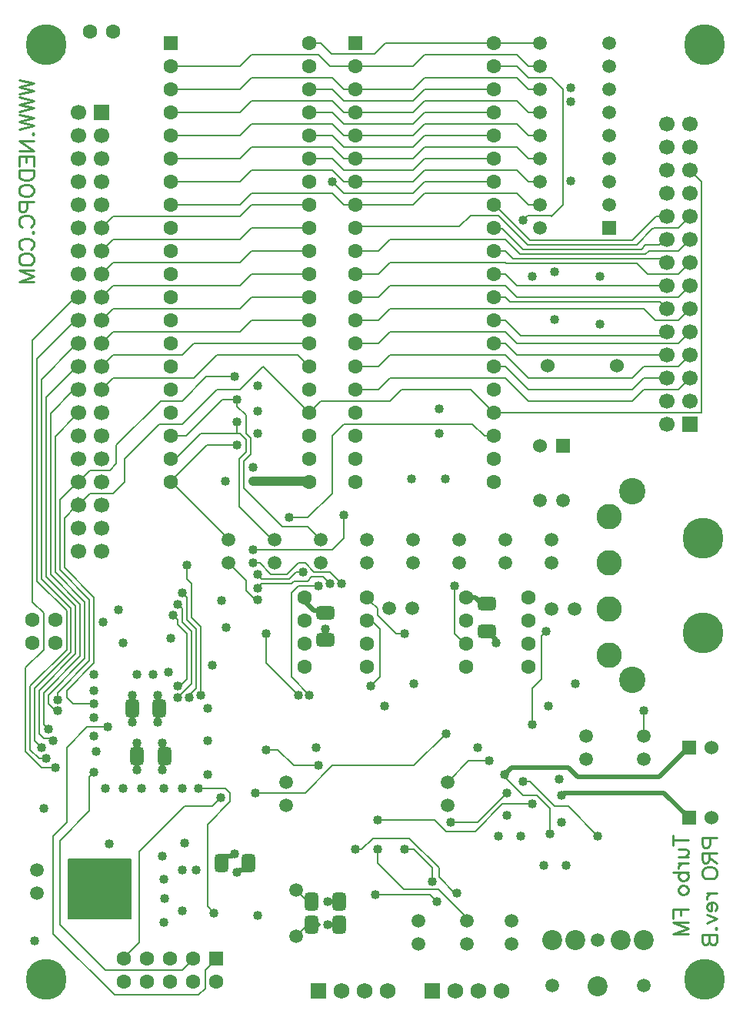
<source format=gbl>
G04*
G04  File:            TURBOFMPRO_B.GBL, Thu Nov 11 21:08:36 2021*
G04  Source:          P-CAD 2006 PCB, Version 19.02.958, (Z:\home\lvd\d\turbofmpro\pcad\TurboFMpro_b.pcb)*
G04  Format:          Gerber Format (RS-274-D), ASCII*
G04*
G04  Format Options:  Absolute Positioning*
G04                   Leading-Zero Suppression*
G04                   Scale Factor 1:1*
G04                   NO Circular Interpolation*
G04                   Millimeter Units*
G04                   Numeric Format: 4.4 (XXXX.XXXX)*
G04                   G54 NOT Used for Aperture Change*
G04                   Apertures Embedded*
G04*
G04  File Options:    Offset = (0.000mm,0.000mm)*
G04                   Drill Symbol Size = 2.032mm*
G04                   No Pad/Via Holes*
G04*
G04  File Contents:   Pads*
G04                   Vias*
G04                   No Designators*
G04                   No Types*
G04                   No Values*
G04                   No Drill Symbols*
G04                   Bottom*
G04*
%INTURBOFMPRO_B.GBL*%
%ICAS*%
%MOMM*%
G04*
G04  Aperture MACROs for general use --- invoked via D-code assignment *
G04*
G04  General MACRO for flashed round with rotation and/or offset hole *
%AMROTOFFROUND*
1,1,$1,0.0000,0.0000*
1,0,$2,$3,$4*%
G04*
G04  General MACRO for flashed oval (obround) with rotation and/or offset hole *
%AMROTOFFOVAL*
21,1,$1,$2,0.0000,0.0000,$3*
1,1,$4,$5,$6*
1,1,$4,0-$5,0-$6*
1,0,$7,$8,$9*%
G04*
G04  General MACRO for flashed oval (obround) with rotation and no hole *
%AMROTOVALNOHOLE*
21,1,$1,$2,0.0000,0.0000,$3*
1,1,$4,$5,$6*
1,1,$4,0-$5,0-$6*%
G04*
G04  General MACRO for flashed rectangle with rotation and/or offset hole *
%AMROTOFFRECT*
21,1,$1,$2,0.0000,0.0000,$3*
1,0,$4,$5,$6*%
G04*
G04  General MACRO for flashed rectangle with rotation and no hole *
%AMROTRECTNOHOLE*
21,1,$1,$2,0.0000,0.0000,$3*%
G04*
G04  General MACRO for flashed rounded-rectangle *
%AMROUNDRECT*
21,1,$1,$2-$4,0.0000,0.0000,$3*
21,1,$1-$4,$2,0.0000,0.0000,$3*
1,1,$4,$5,$6*
1,1,$4,$7,$8*
1,1,$4,0-$5,0-$6*
1,1,$4,0-$7,0-$8*
1,0,$9,$10,$11*%
G04*
G04  General MACRO for flashed rounded-rectangle with rotation and no hole *
%AMROUNDRECTNOHOLE*
21,1,$1,$2-$4,0.0000,0.0000,$3*
21,1,$1-$4,$2,0.0000,0.0000,$3*
1,1,$4,$5,$6*
1,1,$4,$7,$8*
1,1,$4,0-$5,0-$6*
1,1,$4,0-$7,0-$8*%
G04*
G04  General MACRO for flashed regular polygon *
%AMREGPOLY*
5,1,$1,0.0000,0.0000,$2,$3+$4*
1,0,$5,$6,$7*%
G04*
G04  General MACRO for flashed regular polygon with no hole *
%AMREGPOLYNOHOLE*
5,1,$1,0.0000,0.0000,$2,$3+$4*%
G04*
G04  General MACRO for target *
%AMTARGET*
6,0,0,$1,$2,$3,4,$4,$5,$6*%
G04*
G04  General MACRO for mounting hole *
%AMMTHOLE*
1,1,$1,0,0*
1,0,$2,0,0*
$1=$1-$2*
$1=$1/2*
21,1,$2+$1,$3,0,0,$4*
21,1,$3,$2+$1,0,0,$4*%
G04*
G04*
G04  D10 : "Ellipse X0.254mm Y0.254mm H0.000mm 0.0deg (0.000mm,0.000mm) Draw"*
G04  Disc: OuterDia=0.2540*
%ADD10C, 0.2540*%
G04  D11 : "Ellipse X0.381mm Y0.381mm H0.000mm 0.0deg (0.000mm,0.000mm) Draw"*
G04  Disc: OuterDia=0.3810*
%ADD11C, 0.3810*%
G04  D12 : "Ellipse X0.500mm Y0.500mm H0.000mm 0.0deg (0.000mm,0.000mm) Draw"*
G04  Disc: OuterDia=0.5000*
%ADD12C, 0.5000*%
G04  D13 : "Ellipse X0.100mm Y0.100mm H0.000mm 0.0deg (0.000mm,0.000mm) Draw"*
G04  Disc: OuterDia=0.1000*
%ADD13C, 0.1000*%
G04  D14 : "Ellipse X1.000mm Y1.000mm H0.000mm 0.0deg (0.000mm,0.000mm) Draw"*
G04  Disc: OuterDia=1.0000*
%ADD14C, 1.0000*%
G04  D15 : "Ellipse X0.127mm Y0.127mm H0.000mm 0.0deg (0.000mm,0.000mm) Draw"*
G04  Disc: OuterDia=0.1270*
%ADD15C, 0.1270*%
G04  D16 : "Ellipse X0.150mm Y0.150mm H0.000mm 0.0deg (0.000mm,0.000mm) Draw"*
G04  Disc: OuterDia=0.1500*
%ADD16C, 0.1500*%
G04  D17 : "Ellipse X0.200mm Y0.200mm H0.000mm 0.0deg (0.000mm,0.000mm) Draw"*
G04  Disc: OuterDia=0.2000*
%ADD17C, 0.2000*%
G04  D18 : "Ellipse X0.250mm Y0.250mm H0.000mm 0.0deg (0.000mm,0.000mm) Draw"*
G04  Disc: OuterDia=0.2500*
%ADD18C, 0.2500*%
G04  D19 : "Ellipse X2.581mm Y2.581mm H0.000mm 0.0deg (0.000mm,0.000mm) Flash"*
G04  Disc: OuterDia=2.5810*
%ADD19C, 2.5810*%
G04  D20 : "Ellipse X2.800mm Y2.800mm H0.000mm 0.0deg (0.000mm,0.000mm) Flash"*
G04  Disc: OuterDia=2.8000*
%ADD20C, 2.8000*%
G04  D21 : "Ellipse X3.181mm Y3.181mm H0.000mm 0.0deg (0.000mm,0.000mm) Flash"*
G04  Disc: OuterDia=3.1810*
%ADD21C, 3.1810*%
G04  D22 : "Ellipse X1.500mm Y1.500mm H0.000mm 0.0deg (0.000mm,0.000mm) Flash"*
G04  Disc: OuterDia=1.5000*
%ADD22C, 1.5000*%
G04  D23 : "Ellipse X1.524mm Y1.524mm H0.000mm 0.0deg (0.000mm,0.000mm) Flash"*
G04  Disc: OuterDia=1.5240*
%ADD23C, 1.5240*%
G04  D24 : "Ellipse X1.600mm Y1.600mm H0.000mm 0.0deg (0.000mm,0.000mm) Flash"*
G04  Disc: OuterDia=1.6000*
%ADD24C, 1.6000*%
G04  D25 : "Ellipse X1.700mm Y1.700mm H0.000mm 0.0deg (0.000mm,0.000mm) Flash"*
G04  Disc: OuterDia=1.7000*
%ADD25C, 1.7000*%
G04  D26 : "Ellipse X1.750mm Y1.750mm H0.000mm 0.0deg (0.000mm,0.000mm) Flash"*
G04  Disc: OuterDia=1.7500*
%ADD26C, 1.7500*%
G04  D27 : "Ellipse X1.881mm Y1.881mm H0.000mm 0.0deg (0.000mm,0.000mm) Flash"*
G04  Disc: OuterDia=1.8810*
%ADD27C, 1.8810*%
G04  D28 : "Ellipse X1.905mm Y1.905mm H0.000mm 0.0deg (0.000mm,0.000mm) Flash"*
G04  Disc: OuterDia=1.9050*
%ADD28C, 1.9050*%
G04  D29 : "Ellipse X1.981mm Y1.981mm H0.000mm 0.0deg (0.000mm,0.000mm) Flash"*
G04  Disc: OuterDia=1.9810*
%ADD29C, 1.9810*%
G04  D30 : "Ellipse X2.081mm Y2.081mm H0.000mm 0.0deg (0.000mm,0.000mm) Flash"*
G04  Disc: OuterDia=2.0810*
%ADD30C, 2.0810*%
G04  D31 : "Ellipse X2.131mm Y2.131mm H0.000mm 0.0deg (0.000mm,0.000mm) Flash"*
G04  Disc: OuterDia=2.1310*
%ADD31C, 2.1310*%
G04  D32 : "Ellipse X2.200mm Y2.200mm H0.000mm 0.0deg (0.000mm,0.000mm) Flash"*
G04  Disc: OuterDia=2.2000*
%ADD32C, 2.2000*%
G04  D33 : "Rounded Rectangle X2.800mm Y7.000mm H0.000mm 0.0deg (0.000mm,0.000mm) Flash"*
G04  RoundRct: DimX=2.8000, DimY=7.0000, CornerRad=0.7000, Rotation=0.0, OffsetX=0.0000, OffsetY=0.0000, HoleDia=0.0000 *
%ADD33ROUNDRECTNOHOLE, 2.8000 X7.0000 X0.0 X1.4000 X-0.7000 X-2.8000 X-0.7000 X2.8000*%
G04  D34 : "Rounded Rectangle X3.000mm Y1.600mm H0.000mm 0.0deg (0.000mm,0.000mm) Flash"*
G04  RoundRct: DimX=3.0000, DimY=1.6000, CornerRad=0.4000, Rotation=0.0, OffsetX=0.0000, OffsetY=0.0000, HoleDia=0.0000 *
%ADD34ROUNDRECTNOHOLE, 3.0000 X1.6000 X0.0 X0.8000 X-1.1000 X-0.4000 X-1.1000 X0.4000*%
G04  D35 : "Rounded Rectangle X3.181mm Y7.381mm H0.000mm 0.0deg (0.000mm,0.000mm) Flash"*
G04  RoundRct: DimX=3.1810, DimY=7.3810, CornerRad=0.7953, Rotation=0.0, OffsetX=0.0000, OffsetY=0.0000, HoleDia=0.0000 *
%ADD35ROUNDRECTNOHOLE, 3.1810 X7.3810 X0.0 X1.5905 X-0.7953 X-2.8952 X-0.7953 X2.8952*%
G04  D36 : "Rounded Rectangle X3.381mm Y1.981mm H0.000mm 0.0deg (0.000mm,0.000mm) Flash"*
G04  RoundRct: DimX=3.3810, DimY=1.9810, CornerRad=0.4953, Rotation=0.0, OffsetX=0.0000, OffsetY=0.0000, HoleDia=0.0000 *
%ADD36ROUNDRECTNOHOLE, 3.3810 X1.9810 X0.0 X0.9905 X-1.1953 X-0.4953 X-1.1953 X0.4953*%
G04  D37 : "Rounded Rectangle X6.200mm Y5.800mm H0.000mm 0.0deg (0.000mm,0.000mm) Flash"*
G04  RoundRct: DimX=6.2000, DimY=5.8000, CornerRad=1.4500, Rotation=0.0, OffsetX=0.0000, OffsetY=0.0000, HoleDia=0.0000 *
%ADD37ROUNDRECTNOHOLE, 6.2000 X5.8000 X0.0 X2.9000 X-1.6500 X-1.4500 X-1.6500 X1.4500*%
G04  D38 : "Rounded Rectangle X6.581mm Y6.181mm H0.000mm 0.0deg (0.000mm,0.000mm) Flash"*
G04  RoundRct: DimX=6.5810, DimY=6.1810, CornerRad=1.5453, Rotation=0.0, OffsetX=0.0000, OffsetY=0.0000, HoleDia=0.0000 *
%ADD38ROUNDRECTNOHOLE, 6.5810 X6.1810 X0.0 X3.0905 X-1.7453 X-1.5453 X-1.7453 X1.5453*%
G04  D39 : "Rounded Rectangle X0.635mm Y1.270mm H0.000mm 0.0deg (0.000mm,0.000mm) Flash"*
G04  RoundRct: DimX=0.6350, DimY=1.2700, CornerRad=0.1588, Rotation=0.0, OffsetX=0.0000, OffsetY=0.0000, HoleDia=0.0000 *
%ADD39ROUNDRECTNOHOLE, 0.6350 X1.2700 X0.0 X0.3175 X-0.1588 X-0.4763 X-0.1588 X0.4763*%
G04  D40 : "Rounded Rectangle X1.500mm Y2.000mm H0.000mm 0.0deg (0.000mm,0.000mm) Flash"*
G04  RoundRct: DimX=1.5000, DimY=2.0000, CornerRad=0.3750, Rotation=0.0, OffsetX=0.0000, OffsetY=0.0000, HoleDia=0.0000 *
%ADD40ROUNDRECTNOHOLE, 1.5000 X2.0000 X0.0 X0.7500 X-0.3750 X-0.6250 X-0.3750 X0.6250*%
G04  D41 : "Rounded Rectangle X2.000mm Y1.500mm H0.000mm 0.0deg (0.000mm,0.000mm) Flash"*
G04  RoundRct: DimX=2.0000, DimY=1.5000, CornerRad=0.3750, Rotation=0.0, OffsetX=0.0000, OffsetY=0.0000, HoleDia=0.0000 *
%ADD41ROUNDRECTNOHOLE, 2.0000 X1.5000 X0.0 X0.7500 X-0.6250 X-0.3750 X-0.6250 X0.3750*%
G04  D42 : "Rounded Rectangle X1.600mm Y0.300mm H0.000mm 0.0deg (0.000mm,0.000mm) Flash"*
G04  RoundRct: DimX=1.6000, DimY=0.3000, CornerRad=0.0750, Rotation=0.0, OffsetX=0.0000, OffsetY=0.0000, HoleDia=0.0000 *
%ADD42ROUNDRECTNOHOLE, 1.6000 X0.3000 X0.0 X0.1500 X-0.7250 X-0.0750 X-0.7250 X0.0750*%
G04  D43 : "Rounded Rectangle X0.300mm Y1.600mm H0.000mm 0.0deg (0.000mm,0.000mm) Flash"*
G04  RoundRct: DimX=0.3000, DimY=1.6000, CornerRad=0.0750, Rotation=0.0, OffsetX=0.0000, OffsetY=0.0000, HoleDia=0.0000 *
%ADD43ROUNDRECTNOHOLE, 0.3000 X1.6000 X0.0 X0.1500 X-0.0750 X-0.7250 X-0.0750 X0.7250*%
G04  D44 : "Rounded Rectangle X1.016mm Y1.651mm H0.000mm 0.0deg (0.000mm,0.000mm) Flash"*
G04  RoundRct: DimX=1.0160, DimY=1.6510, CornerRad=0.2540, Rotation=0.0, OffsetX=0.0000, OffsetY=0.0000, HoleDia=0.0000 *
%ADD44ROUNDRECTNOHOLE, 1.0160 X1.6510 X0.0 X0.5080 X-0.2540 X-0.5715 X-0.2540 X0.5715*%
G04  D45 : "Rounded Rectangle X1.881mm Y2.381mm H0.000mm 0.0deg (0.000mm,0.000mm) Flash"*
G04  RoundRct: DimX=1.8810, DimY=2.3810, CornerRad=0.4703, Rotation=0.0, OffsetX=0.0000, OffsetY=0.0000, HoleDia=0.0000 *
%ADD45ROUNDRECTNOHOLE, 1.8810 X2.3810 X0.0 X0.9405 X-0.4703 X-0.7203 X-0.4703 X0.7203*%
G04  D46 : "Rounded Rectangle X2.381mm Y1.881mm H0.000mm 0.0deg (0.000mm,0.000mm) Flash"*
G04  RoundRct: DimX=2.3810, DimY=1.8810, CornerRad=0.4703, Rotation=0.0, OffsetX=0.0000, OffsetY=0.0000, HoleDia=0.0000 *
%ADD46ROUNDRECTNOHOLE, 2.3810 X1.8810 X0.0 X0.9405 X-0.7203 X-0.4703 X-0.7203 X0.4703*%
G04  D47 : "Rounded Rectangle X1.981mm Y0.681mm H0.000mm 0.0deg (0.000mm,0.000mm) Flash"*
G04  RoundRct: DimX=1.9810, DimY=0.6810, CornerRad=0.1703, Rotation=0.0, OffsetX=0.0000, OffsetY=0.0000, HoleDia=0.0000 *
%ADD47ROUNDRECTNOHOLE, 1.9810 X0.6810 X0.0 X0.3405 X-0.8203 X-0.1703 X-0.8203 X0.1703*%
G04  D48 : "Rounded Rectangle X0.681mm Y1.981mm H0.000mm 0.0deg (0.000mm,0.000mm) Flash"*
G04  RoundRct: DimX=0.6810, DimY=1.9810, CornerRad=0.1703, Rotation=0.0, OffsetX=0.0000, OffsetY=0.0000, HoleDia=0.0000 *
%ADD48ROUNDRECTNOHOLE, 0.6810 X1.9810 X0.0 X0.3405 X-0.1703 X-0.8203 X-0.1703 X0.8203*%
G04  D49 : "Rounded Rectangle X2.000mm Y2.000mm H0.000mm 0.0deg (0.000mm,0.000mm) Flash"*
G04  RoundRct: DimX=2.0000, DimY=2.0000, CornerRad=0.5000, Rotation=0.0, OffsetX=0.0000, OffsetY=0.0000, HoleDia=0.0000 *
%ADD49ROUNDRECTNOHOLE, 2.0000 X2.0000 X0.0 X1.0000 X-0.5000 X-0.5000 X-0.5000 X0.5000*%
G04  D50 : "Rounded Rectangle X2.032mm Y0.660mm H0.000mm 0.0deg (0.000mm,0.000mm) Flash"*
G04  RoundRct: DimX=2.0320, DimY=0.6604, CornerRad=0.1651, Rotation=0.0, OffsetX=0.0000, OffsetY=0.0000, HoleDia=0.0000 *
%ADD50ROUNDRECTNOHOLE, 2.0320 X0.6604 X0.0 X0.3302 X-0.8509 X-0.1651 X-0.8509 X0.1651*%
G04  D51 : "Rounded Rectangle X0.660mm Y2.032mm H0.000mm 0.0deg (0.000mm,0.000mm) Flash"*
G04  RoundRct: DimX=0.6604, DimY=2.0320, CornerRad=0.1651, Rotation=0.0, OffsetX=0.0000, OffsetY=0.0000, HoleDia=0.0000 *
%ADD51ROUNDRECTNOHOLE, 0.6604 X2.0320 X0.0 X0.3302 X-0.1651 X-0.8509 X-0.1651 X0.8509*%
G04  D52 : "Rounded Rectangle X2.381mm Y2.381mm H0.000mm 0.0deg (0.000mm,0.000mm) Flash"*
G04  RoundRct: DimX=2.3810, DimY=2.3810, CornerRad=0.5953, Rotation=0.0, OffsetX=0.0000, OffsetY=0.0000, HoleDia=0.0000 *
%ADD52ROUNDRECTNOHOLE, 2.3810 X2.3810 X0.0 X1.1905 X-0.5953 X-0.5953 X-0.5953 X0.5953*%
G04  D53 : "Rounded Rectangle X2.413mm Y1.041mm H0.000mm 0.0deg (0.000mm,0.000mm) Flash"*
G04  RoundRct: DimX=2.4130, DimY=1.0414, CornerRad=0.2604, Rotation=0.0, OffsetX=0.0000, OffsetY=0.0000, HoleDia=0.0000 *
%ADD53ROUNDRECTNOHOLE, 2.4130 X1.0414 X0.0 X0.5207 X-0.9462 X-0.2604 X-0.9462 X0.2604*%
G04  D54 : "Rounded Rectangle X1.041mm Y2.413mm H0.000mm 0.0deg (0.000mm,0.000mm) Flash"*
G04  RoundRct: DimX=1.0414, DimY=2.4130, CornerRad=0.2604, Rotation=0.0, OffsetX=0.0000, OffsetY=0.0000, HoleDia=0.0000 *
%ADD54ROUNDRECTNOHOLE, 1.0414 X2.4130 X0.0 X0.5207 X-0.2604 X-0.9462 X-0.2604 X0.9462*%
G04  D55 : "Rectangle X1.500mm Y1.500mm H0.000mm 0.0deg (0.000mm,0.000mm) Flash"*
G04  Square: Side=1.5000, Rotation=0.0, OffsetX=0.0000, OffsetY=0.0000, HoleDia=0.0000*
%ADD55R, 1.5000 X1.5000*%
G04  D56 : "Rectangle X1.524mm Y1.524mm H0.000mm 0.0deg (0.000mm,0.000mm) Flash"*
G04  Square: Side=1.5240, Rotation=0.0, OffsetX=0.0000, OffsetY=0.0000, HoleDia=0.0000*
%ADD56R, 1.5240 X1.5240*%
G04  D57 : "Rectangle X1.600mm Y1.600mm H0.000mm 0.0deg (0.000mm,0.000mm) Flash"*
G04  Square: Side=1.6000, Rotation=0.0, OffsetX=0.0000, OffsetY=0.0000, HoleDia=0.0000*
%ADD57R, 1.6000 X1.6000*%
G04  D58 : "Rectangle X1.700mm Y1.700mm H0.000mm 0.0deg (0.000mm,0.000mm) Flash"*
G04  Square: Side=1.7000, Rotation=0.0, OffsetX=0.0000, OffsetY=0.0000, HoleDia=0.0000*
%ADD58R, 1.7000 X1.7000*%
G04  D59 : "Rectangle X1.750mm Y1.750mm H0.000mm 0.0deg (0.000mm,0.000mm) Flash"*
G04  Square: Side=1.7500, Rotation=0.0, OffsetX=0.0000, OffsetY=0.0000, HoleDia=0.0000*
%ADD59R, 1.7500 X1.7500*%
G04  D60 : "Rectangle X1.881mm Y1.881mm H0.000mm 0.0deg (0.000mm,0.000mm) Flash"*
G04  Square: Side=1.8810, Rotation=0.0, OffsetX=0.0000, OffsetY=0.0000, HoleDia=0.0000*
%ADD60R, 1.8810 X1.8810*%
G04  D61 : "Rectangle X1.905mm Y1.905mm H0.000mm 0.0deg (0.000mm,0.000mm) Flash"*
G04  Square: Side=1.9050, Rotation=0.0, OffsetX=0.0000, OffsetY=0.0000, HoleDia=0.0000*
%ADD61R, 1.9050 X1.9050*%
G04  D62 : "Rectangle X1.981mm Y1.981mm H0.000mm 0.0deg (0.000mm,0.000mm) Flash"*
G04  Square: Side=1.9810, Rotation=0.0, OffsetX=0.0000, OffsetY=0.0000, HoleDia=0.0000*
%ADD62R, 1.9810 X1.9810*%
G04  D63 : "Rectangle X2.081mm Y2.081mm H0.000mm 0.0deg (0.000mm,0.000mm) Flash"*
G04  Square: Side=2.0810, Rotation=0.0, OffsetX=0.0000, OffsetY=0.0000, HoleDia=0.0000*
%ADD63R, 2.0810 X2.0810*%
G04  D64 : "Rectangle X2.131mm Y2.131mm H0.000mm 0.0deg (0.000mm,0.000mm) Flash"*
G04  Square: Side=2.1310, Rotation=0.0, OffsetX=0.0000, OffsetY=0.0000, HoleDia=0.0000*
%ADD64R, 2.1310 X2.1310*%
G04  D65 : "Ellipse X2.900mm Y2.900mm H0.000mm 0.0deg (0.000mm,0.000mm) Flash"*
G04  Disc: OuterDia=2.9000*
%ADD65C, 2.9000*%
G04  D66 : "Ellipse X3.281mm Y3.281mm H0.000mm 0.0deg (0.000mm,0.000mm) Flash"*
G04  Disc: OuterDia=3.2810*
%ADD66C, 3.2810*%
G04  D67 : "Ellipse X4.500mm Y4.500mm H0.000mm 0.0deg (0.000mm,0.000mm) Flash"*
G04  Disc: OuterDia=4.5000*
%ADD67C, 4.5000*%
G04  D68 : "Ellipse X4.881mm Y4.881mm H0.000mm 0.0deg (0.000mm,0.000mm) Flash"*
G04  Disc: OuterDia=4.8810*
%ADD68C, 4.8810*%
G04  D69 : "Ellipse X1.016mm Y1.016mm H0.000mm 0.0deg (0.000mm,0.000mm) Flash"*
G04  Disc: OuterDia=1.0160*
%ADD69C, 1.0160*%
G04  D70 : "Ellipse X1.397mm Y1.397mm H0.000mm 0.0deg (0.000mm,0.000mm) Flash"*
G04  Disc: OuterDia=1.3970*
%ADD70C, 1.3970*%
G04*
%FSLAX44Y44*%
%SFA1B1*%
%OFA0.000B0.000*%
G04*
G71*
G90*
G01*
D2*
%LNBottom*%
D17*
X2200000Y940000*
X2192500D1*
X2182500Y950000D2*
X2192500Y940000D1*
X2177500Y947500D2*
X2195000Y930000D1*
X2187500Y960000D2*
X2195000Y952500D1*
X2207500Y960000D2*
X2205000Y962500D1*
X2197500*
X2192500Y967500D2*
X2197500Y962500D1*
X2202500Y972500D2*
X2197500Y977500D1*
X2202500Y1000000D2*
Y1010000D1*
X2197500Y1060000D2*
X2177500Y1040000D1*
X2185000Y1112500D2*
X2197500Y1100000D1*
X2265000Y707500D2*
X2215000Y757500D1*
Y850000D2*
X2247500Y882500D1*
X2245000Y975000D2*
X2222500Y952500D1*
X2252500Y925000D2*
X2247500Y920000D1*
X2267500Y975000D2*
X2245000D1*
X2230000Y1000000D2*
X2252500D1*
X2222500Y1007500D2*
X2230000Y1000000D1*
X2212500Y1005000D2*
Y1012500D1*
X2247500Y1047500D2*
X2212500Y1012500D1*
X2222500Y1007500D2*
Y1015000D1*
X2252500Y1045000D2*
X2222500Y1015000D1*
X2220000Y1204800D2*
Y1150000D1*
X2232500Y1217300D2*
X2220000Y1204800D1*
X2235000Y1244600D2*
X2235200D1*
Y1227100D2*
X2232500Y1224400D1*
X2247900Y1231900D2*
X2273300D1*
X2247900Y1257300D2*
X2235200Y1244600D1*
X2247900Y1257300D2*
X2270000D1*
X2277500Y1285000D2*
Y1264800D1*
X2270000Y1257300*
X2235000Y1244600D2*
X2215000Y1224600D1*
X2232500Y1317100D2*
X2235200Y1319800D1*
Y1320800*
Y1352100D2*
Y1346200D1*
X2230000Y1346900D2*
Y1344600D1*
X2235200Y1352100D2*
X2230000Y1346900D1*
Y1369400D2*
Y1367100D1*
X2273300Y1358900D2*
X2260600Y1346200D1*
X2235200Y1399600D2*
Y1397000D1*
X2230000Y1394400D2*
Y1392100D1*
X2235200Y1399600D2*
X2230000Y1394400D1*
X2232500Y1422100D2*
X2232800Y1422400D1*
X2235200*
Y1426700*
X2273300Y1409700D2*
X2260600Y1397000D1*
X2273300Y1435100D2*
X2260600Y1422400D1*
X2273300Y1485900D2*
X2260600Y1473200D1*
X2273300Y1511300D2*
X2260600Y1498600D1*
X2290000Y725000D2*
X2302500Y737500D1*
X2357500Y715000D2*
X2350000Y707500D1*
D2*
D12*
X2300240Y942500*
X2300000Y942740D1*
Y957500*
Y927500D2*
Y942740D1*
X2330240Y942500D2*
X2327500Y945240D1*
Y957500*
Y927500D2*
Y945240D1*
D2*
D17*
X2347500Y1020000*
X2345000D1*
X2355000Y1027500D2*
X2347500Y1020000D1*
D2*
D12*
X2294760Y995000*
X2295000Y995240D1*
Y1010000*
D2*
D17*
X2360000Y1022500*
X2345000Y1007500D1*
X2357500Y1010000D2*
Y1007500D1*
X2360000Y1132500D2*
X2355000Y1137500D1*
X2360000Y1132500D2*
Y1095000D1*
X2350000Y1090000D2*
X2360000Y1080000D1*
X2345000Y1087500D2*
X2355000Y1077500D1*
X2345000Y1087500D2*
Y1092500D1*
X2340000Y1097500*
X2350000Y1105000D2*
Y1090000D1*
X2345000Y1110000D2*
X2350000Y1105000D1*
X2355000Y1117500D2*
Y1092500D1*
X2350000Y1122500D2*
X2355000Y1117500D1*
X2336800Y1270000D2*
X2342500D1*
X2337500Y1245000D2*
X2337200D1*
X2336800Y1244600*
X2326000Y1333500D2*
X2349500D1*
Y1308100D2*
X2324100D1*
X2387500Y720000D2*
X2375000Y707500D1*
Y687500*
D2*
D12*
X2392740Y825000*
X2397500Y832500D1*
X2405000*
X2407500Y835000*
X2422740Y825000D2*
X2417500Y817500D1*
X2412500*
X2410000Y815000*
D2*
D17*
X2385000Y770000*
X2377500Y777500D1*
X2392500Y897500D2*
X2382500Y887500D1*
X2402500Y892500D2*
Y902500D1*
X2397500Y907500*
X2367500*
X2377500Y867500D2*
X2402500Y892500D1*
X2420000Y1136000D2*
Y1125000D1*
X2430000Y1115000D2*
X2432500D1*
X2420000Y1125000D2*
X2430000Y1115000D1*
X2401700Y1182500D2*
X2400300Y1181100D1*
X2430000Y1155000D2*
X2427500D1*
X2430000D2*
X2435000D1*
X2400000Y1182500D2*
X2401700D1*
X2377200Y1285000D2*
X2410000D1*
X2420000Y1290500D2*
Y1277500D1*
X2412500Y1270000*
X2425000Y1292500D2*
Y1275000D1*
X2417500Y1267500*
Y1237500*
X2393900Y1335000D2*
X2410000D1*
X2370000Y1297500D2*
X2410000D1*
Y1310000*
Y1297500D2*
X2413000D1*
X2420000Y1317500D2*
Y1297500D1*
X2410000Y1330900D2*
Y1335000D1*
Y1327500D2*
Y1330900D1*
Y1327500D2*
X2420000Y1317500D1*
X2376000Y1360000D2*
X2407500D1*
X2413000Y1346200D2*
X2387600D1*
X2425700Y1422400D2*
X2413000Y1409700D1*
X2425700Y1473200D2*
X2413000Y1460500D1*
X2425700Y1498600D2*
X2413000Y1485900D1*
Y1574800D2*
X2425700Y1587500D1*
X2413000Y1549400D2*
X2425700Y1562100D1*
Y1549400D2*
X2413000Y1536700D1*
Y1651000D2*
X2425700Y1663700D1*
X2413000Y1625600D2*
X2425700Y1638300D1*
X2413000Y1701800D2*
X2425700Y1714500D1*
D2*
D12*
X2487500Y757500*
X2492260D1*
X2500000D2*
X2492260D1*
D2*
D17*
X2475000Y745000*
X2487500Y757500D1*
D2*
D12*
X2488300Y782500*
X2492260D1*
D2*
D17*
X2475000Y795800*
X2488300Y782500D1*
X2472500Y932500D2*
X2500000D1*
X2472500D2*
X2455000Y950000D1*
X2442500*
X2477500Y1010000D2*
X2442500Y1045000D1*
X2490000Y1010000D2*
X2470000Y1030000D1*
D2*
D12*
X2507500Y1100240*
X2505240Y1102500D1*
X2495000*
X2507500Y1070240D2*
Y1082500D1*
D2*
D17*
X2505000Y1140000*
X2492500D1*
X2505000D2*
X2512500Y1132500D1*
X2497500Y1130000D2*
X2500000D1*
X2470000Y1132500D2*
X2472500Y1135000D1*
X2487500*
X2492500Y1140000D2*
X2487500Y1135000D1*
X2470000Y1122500D2*
X2477500Y1130000D1*
X2497500D2*
X2477500D1*
X2442500Y1077500D2*
Y1075000D1*
D2*
D12*
X2495000Y1102500*
X2485000Y1112500D1*
Y1117500*
X2484120Y1117600D2*
X2485000Y1117500D1*
D2*
D17*
X2447500Y1182500*
X2450000D1*
Y1182200*
X2451100Y1181100*
X2502500Y1180500D2*
X2501900Y1181100D1*
X2487700Y1205000D2*
X2467500D1*
X2501900Y1181100D2*
X2488000Y1195000D1*
X2460000*
X2512500Y1145000D2*
X2495000D1*
X2482500D2*
X2475000D1*
X2495000D2*
X2485000Y1155000D1*
X2477500D2*
X2485000D1*
D2*
D14*
X2490000Y1245000*
X2489600D1*
X2489200Y1244600*
X2487500Y1245000D2*
X2489600D1*
D2*
D17*
X2489200Y1320800*
X2501900Y1333500D1*
X2490000Y1320000D2*
X2489200Y1320800D1*
X2499600Y1714500D2*
X2512300Y1701800D1*
X2501900Y1727200D2*
X2489200D1*
X2567500Y790000D2*
X2562500D1*
X2567500D2*
X2562000Y790500D1*
X2560000Y852500D2*
X2547500Y840000D1*
X2540000*
X2557500Y1020000D2*
X2567500Y1030000D1*
X2557500Y1112500D2*
X2552700Y1117600D1*
X2567500Y1082500D2*
X2557500Y1092500D1*
Y1112500D2*
X2565000Y1105000D1*
X2585000Y1077500D2*
X2565000Y1097500D1*
Y1105000D2*
Y1097500D1*
X2557500Y1092500D2*
X2552500D1*
Y1092400*
X2552700Y1092200*
X2527500Y1182500D2*
Y1207500D1*
X2578100Y1358900D2*
X2565400Y1346200D1*
X2540000D2*
X2565400D1*
X2540000Y1397000D2*
X2565400D1*
X2578100Y1409700*
Y1435100D2*
X2565400Y1422400D1*
X2540000D2*
X2565400D1*
X2578100Y1485900D2*
X2565400Y1473200D1*
X2540000D2*
X2565400D1*
X2578100Y1511300D2*
X2565400Y1498600D1*
X2540000D2*
X2565400D1*
X2527300Y1574800D2*
X2540000D1*
X2527300Y1549400D2*
X2540000D1*
X2527300Y1651000D2*
X2540000D1*
X2527300Y1625600D2*
X2540000D1*
X2573700Y1727200D2*
X2561400Y1714900D1*
X2625000Y820000D2*
Y805000D1*
X2632500Y810000D2*
Y820000D1*
Y810000D2*
X2650000Y792500D1*
X2652500*
X2630000Y783000D2*
X2622500Y790500D1*
X2662000Y766000D2*
X2632000Y796000D1*
X2594000*
X2605000Y840000D2*
X2595000D1*
X2627500Y872500D2*
X2640000Y860000D1*
X2645000Y870000D2*
X2647500D1*
X2650000*
X2605000Y932500D2*
X2640000Y967500D1*
D2*
D12*
X2662500Y1117500*
X2662400Y1117600D1*
X2661920*
D2*
D17*
X2650000Y1130000*
Y1077500D1*
X2616200Y1587500D2*
X2603500Y1574800D1*
Y1549400D2*
X2616200Y1562100D1*
Y1574800D2*
X2603500Y1562100D1*
X2616200Y1663700D2*
X2603500Y1651000D1*
X2616200Y1638300D2*
X2603500Y1625600D1*
Y1638300D2*
X2616200Y1651000D1*
X2603500Y1612900D2*
X2616200Y1625600D1*
X2603500Y1701800D2*
X2616200Y1714500D1*
X2740000Y900000D2*
X2725000D1*
X2675000Y870000D2*
X2707500Y902500D1*
X2702500Y890000D2*
X2735000D1*
X2672500Y860000D2*
X2702500Y890000D1*
D2*
D12*
X2705000Y920000*
Y922500D1*
X2712500Y930000D2*
X2705000Y922500D1*
X2672500Y1117500D2*
X2680000Y1110000D1*
X2685000*
Y1080240D2*
X2695000Y1070240D1*
X2685000Y1110240D2*
Y1110000D1*
D2*
D17*
X2730500Y1333500*
X2705100Y1358900D1*
X2692400Y1422400D2*
X2705100D1*
X2692400Y1397000D2*
X2705100D1*
X2717800Y1384300*
X2705100Y1409700D2*
X2717800Y1397000D1*
X2705100Y1422400D2*
X2722500Y1405000D1*
X2692400Y1473200D2*
X2705100D1*
X2717800Y1460500*
X2692400Y1498600D2*
X2705100D1*
X2695000Y1522500D2*
X2702300D1*
X2724800Y1500000*
X2705100Y1511300D2*
X2721400Y1495000D1*
X2705100Y1498600D2*
X2713700Y1490000D1*
X2705100Y1485900D2*
X2706000Y1485000D1*
X2730500Y1574800D2*
X2717800Y1587500D1*
Y1562100D2*
X2730500Y1549400D1*
X2692400D2*
X2693000Y1550000D1*
X2695000*
Y1547500*
X2727500Y1531300D2*
Y1535000D1*
X2730000Y1537500D2*
X2727500Y1535000D1*
Y1531300D2*
X2726300Y1532500D1*
X2725000*
X2730500Y1651000D2*
X2717800Y1663700D1*
X2730500Y1625600D2*
X2717800Y1638300D1*
Y1714500D2*
X2730500Y1701800D1*
X2692400D2*
X2717800D1*
X2730500Y1689100*
X2760000Y887500D2*
X2775000D1*
X2807500Y855000D2*
X2775000Y887500D1*
X2755000Y857500D2*
Y885000D1*
D2*
D12*
X2770000Y902500*
X2767500Y900000D1*
X2785000Y920000D2*
X2775000Y930000D1*
D2*
D17*
X2781300Y1104900*
X2782500Y1103700D1*
X2750000Y1080000D2*
X2745000Y1075000D1*
X2810000Y1470000D2*
Y1472500D1*
X2768600Y1549400D2*
X2755900Y1536700D1*
X2755100Y1537500*
X2857500Y1358900D2*
X2882900D1*
X2857500D2*
X2844800Y1346200D1*
X2857500D2*
X2844800Y1333500D1*
X2882900Y1409700D2*
X2878200Y1405000D1*
X2882900Y1435100D2*
X2875500Y1442500D1*
X2870200Y1422400D2*
X2857500Y1435100D1*
X2875000Y1505000D2*
X2882900Y1511300D1*
X2860000Y1505000D2*
X2875000D1*
X2850000D2*
X2867500Y1522500D1*
X2860000Y1505000D2*
X2855000Y1500000D1*
X2860000Y1495000D2*
X2863600Y1498600D1*
X2882900Y1485900D2*
X2878800Y1490000D1*
X2877500*
X2861800Y1473200D2*
X2850000Y1485000D1*
X2871700Y1536700D2*
X2882900D1*
D2*
D12*
X2907500Y952500*
X2902500Y947500D1*
D2*
D17*
X2908300Y1587500*
X2921000Y1574800D1*
X2207500Y747500D2*
Y855000D1*
X2187500Y960000D2*
Y1017500D1*
X2192500Y967500D2*
Y1015000D1*
X2197500Y977500D2*
Y1012500D1*
Y1100000D2*
Y1060000D1*
X2215000Y757500D2*
Y850000D1*
X2247500Y882500D2*
Y920000D1*
X2222500Y1060000D2*
Y1102500D1*
X2227500Y1057500D2*
Y1105000D1*
X2232500Y1055000D2*
Y1107500D1*
X2237500Y1052500D2*
Y1110000D1*
X2242500Y1050000D2*
Y1112500D1*
X2247500Y1047500D2*
Y1115000D1*
X2215000Y1147500D2*
X2247500Y1115000D1*
X2252500Y1045000D2*
Y1117500D1*
X2220000Y1150000D2*
X2252500Y1117500D1*
X2235200Y1227100D2*
Y1219200D1*
X2232500Y1224400D2*
Y1217300D1*
X2247900Y1231900D2*
X2235200Y1219200D1*
X2215000Y1224600D2*
Y1147500D1*
X2235200Y1374600D2*
Y1371600D1*
Y1374600D2*
X2230000Y1369400D1*
X2235200Y1452100D2*
Y1447800D1*
X2230000Y1446900D2*
Y1444600D1*
X2235200Y1452100D2*
X2230000Y1446900D1*
X2273300Y1384300D2*
X2260600Y1371600D1*
X2273300Y1460500D2*
X2260600Y1447800D1*
X2273300Y1536700D2*
X2260600Y1524000D1*
X2302500Y737500D2*
Y837500D1*
X2352500Y887500*
D2*
D12*
X2324760Y995000*
X2322500Y992740D1*
Y980000*
Y1010000D2*
Y992740D1*
X2295000Y980000D2*
Y995240D1*
D2*
D17*
X2355000Y1137500*
Y1152500D1*
X2360000Y1080000D2*
Y1022500D1*
X2355000Y1077500D2*
Y1027500D1*
X2354300Y1295400D2*
X2336800D1*
X2375000Y687500D2*
X2367500Y680000D1*
X2377500Y777500D2*
Y867500D1*
X2400300Y1155700D2*
X2420000Y1136000D1*
X2370000Y1085000D2*
Y1010000D1*
X2365000Y1017500D2*
Y1082500D1*
X2413000Y1297500D2*
X2420000Y1290500D1*
Y1297500D2*
X2425000Y1292500D1*
X2425700Y1447800D2*
X2413000Y1435100D1*
X2425700Y1524000D2*
X2413000Y1511300D1*
Y1676400D2*
X2425700Y1689100D1*
X2413000Y1600200D2*
X2425700Y1612900D1*
X2447500Y1142500D2*
X2465000D1*
X2467500Y1137500D2*
X2475000Y1145000D1*
X2477500Y1155000D2*
X2465000Y1142500D1*
X2442500Y1045000D2*
Y1075000D1*
X2470000Y1122500D2*
Y1030000D1*
X2476500Y1384300D2*
X2489200Y1371600D1*
X2565000Y825000D2*
Y840000D1*
X2567500Y1030000D2*
Y1082500D1*
X2578100Y1384300D2*
X2565400Y1371600D1*
X2540000D2*
X2565400D1*
X2578100Y1460500D2*
X2565400Y1447800D1*
X2540000D2*
X2565400D1*
X2540000Y1524000D2*
X2542500Y1525000D1*
X2527300Y1676400D2*
X2540000D1*
X2527300Y1600200D2*
X2540000D1*
X2605000Y840000D2*
X2625000Y820000D1*
X2632500D2*
X2600000Y852500D1*
X2642500Y915000D2*
X2642200D1*
X2641600Y914400*
X2663000Y761700D2*
X2662000Y766000D1*
X2642500Y915000D2*
X2665000Y937500D1*
X2660700Y1066800D2*
X2661920D1*
X2660700D2*
X2662500Y1065000D1*
X2660700Y1066800D2*
X2650000Y1077500D1*
X2632500Y1297500D2*
Y1295000D1*
X2603500Y1676400D2*
X2616200Y1689100D1*
X2603500Y1663700D2*
X2616200Y1676400D1*
Y1612900D2*
X2603500Y1600200D1*
Y1587500D2*
X2616200Y1600200D1*
X2732500Y915000D2*
X2725000D1*
X2705000Y920000D2*
X2725000Y900000D1*
X2695000Y1067500D2*
X2692500D1*
D2*
D12*
X2695000Y1070240*
Y1067500D1*
D2*
D17*
X2735000Y1017500*
Y977500D1*
X2692400Y1447800D2*
X2705100D1*
X2692400Y1371600D2*
X2705100D1*
X2730500Y1346200*
X2717800Y1447800D2*
X2705100Y1460500D1*
X2695000Y1522500D2*
X2692400Y1524000D1*
X2682500Y1295000D2*
X2692500D1*
X2692400Y1295100*
Y1295400*
X2682500Y1295000D2*
X2669400Y1308100D1*
X2695000Y1547500D2*
X2732500Y1510000D1*
X2697500Y1537500D2*
X2730000Y1505000D1*
X2705100Y1384300D2*
X2730500Y1358900D1*
X2705100Y1447800D2*
X2710400Y1442500D1*
X2717800Y1689100D2*
X2730500Y1676400D1*
Y1600200D2*
X2717800Y1612900D1*
X2745000Y1075000D2*
Y1027500D1*
X2755900Y1689100D2*
X2768600Y1676400D1*
X2857500Y965200D2*
Y992500D1*
X2867500Y1522500D2*
X2870200Y1524000D1*
X2871700Y1536700D2*
X2845000Y1510000D1*
X2844800Y1358900D2*
X2857500Y1371600D1*
X2182500Y950000D2*
Y1020000D1*
X2177500Y947500D2*
Y1040000D1*
X2205000Y1319600D2*
Y1142500D1*
X2200000Y1337100D2*
Y1140000D1*
X2195000Y1357100D2*
Y1137500D1*
X2190000Y1379600D2*
Y1135000D1*
X2185000Y1399600D2*
Y1112500D1*
D2*
D10*
X2169984Y1686516*
X2186711Y1682533D1*
X2169984Y1678550*
X2186711Y1674568*
X2169984Y1670585*
Y1667399D2*
X2186711Y1663416D1*
X2169984Y1659433*
X2186711Y1655451*
X2169984Y1651468*
Y1648282D2*
X2186711Y1644299D1*
X2169984Y1640316*
X2186711Y1636333*
X2169984Y1632351*
X2185118Y1626775D2*
X2185915Y1627571D1*
X2186711Y1626775*
X2185915Y1625978*
X2185118Y1626775*
X2169984Y1608454D2*
X2186711D1*
X2169984Y1619606*
X2186711*
X2169984Y1591727D2*
Y1602082D1*
X2186711*
Y1591727*
X2177949Y1602082D2*
Y1595710D1*
X2169984Y1586948D2*
X2186711D1*
Y1581372*
X2185915Y1578982*
X2184322Y1577389*
X2182728Y1576593*
X2180339Y1575796*
X2176356*
X2173966Y1576593*
X2172373Y1577389*
X2170780Y1578982*
X2169984Y1581372*
Y1586948*
Y1566237D2*
X2170780Y1567831D1*
X2172373Y1569424*
X2173966Y1570220*
X2176356Y1571017*
X2180339*
X2182728Y1570220*
X2184322Y1569424*
X2185915Y1567831*
X2186711Y1566237*
Y1563051*
X2185915Y1561458*
X2184322Y1559865*
X2182728Y1559069*
X2180339Y1558272*
X2176356*
X2173966Y1559069*
X2172373Y1559865*
X2170780Y1561458*
X2169984Y1563051*
Y1566237*
X2178746Y1552696D2*
Y1545527D1*
X2177949Y1543138*
X2177153Y1542341*
X2175560Y1541545*
X2173170*
X2171577Y1542341*
X2170780Y1543138*
X2169984Y1545527*
Y1552696*
X2186711*
X2173966Y1524817D2*
X2172373Y1525614D1*
X2170780Y1527207*
X2169984Y1528800*
Y1531986*
X2170780Y1533579*
X2172373Y1535172*
X2173966Y1535969*
X2176356Y1536765*
X2180339*
X2182728Y1535969*
X2184322Y1535172*
X2185915Y1533579*
X2186711Y1531986*
Y1528800*
X2185915Y1527207*
X2184322Y1525614*
X2182728Y1524817*
X2185118Y1518445D2*
X2185915Y1519241D1*
X2186711Y1518445*
X2185915Y1517648*
X2185118Y1518445*
X2173966Y1500124D2*
X2172373Y1500921D1*
X2170780Y1502514*
X2169984Y1504107*
Y1507293*
X2170780Y1508886*
X2172373Y1510479*
X2173966Y1511276*
X2176356Y1512072*
X2180339*
X2182728Y1511276*
X2184322Y1510479*
X2185915Y1508886*
X2186711Y1507293*
Y1504107*
X2185915Y1502514*
X2184322Y1500921*
X2182728Y1500124*
X2169984Y1490566D2*
X2170780Y1492159D1*
X2172373Y1493752*
X2173966Y1494549*
X2176356Y1495345*
X2180339*
X2182728Y1494549*
X2184322Y1493752*
X2185915Y1492159*
X2186711Y1490566*
Y1487380*
X2185915Y1485787*
X2184322Y1484193*
X2182728Y1483397*
X2180339Y1482600*
X2176356*
X2173966Y1483397*
X2172373Y1484193*
X2170780Y1485787*
X2169984Y1487380*
Y1490566*
X2186711Y1464280D2*
X2169984D1*
X2186711Y1470652*
X2169984Y1477025*
X2186711*
D2*
D17*
X2222500Y870000*
Y952500D1*
X2412500Y1270000D2*
Y1217500D1*
X2768600Y1676400D2*
Y1549400D1*
X2921000Y1320800D2*
Y1574800D1*
X2367500Y680000D2*
X2275000D1*
X2285900Y720000D2*
X2290000Y725000D1*
X2362100Y720000D2*
X2357500Y715000D1*
X2350000Y707500D2*
X2265000D1*
X2293500Y829000D2*
X2224500D1*
Y764000*
X2293500*
Y829000*
X2224500Y764000D2*
X2293500D1*
X2224500Y765500D2*
X2293500D1*
X2224500Y767000D2*
X2293500D1*
X2224500Y768500D2*
X2293500D1*
X2224500Y770000D2*
X2293500D1*
X2224500Y771500D2*
X2293500D1*
X2224500Y773000D2*
X2293500D1*
X2224500Y774500D2*
X2293500D1*
X2224500Y776000D2*
X2293500D1*
X2224500Y777500D2*
X2293500D1*
X2224500Y779000D2*
X2293500D1*
X2224500Y780500D2*
X2293500D1*
X2224500Y782000D2*
X2293500D1*
X2224500Y783500D2*
X2293500D1*
X2224500Y785000D2*
X2293500D1*
X2224500Y786500D2*
X2293500D1*
X2224500Y788000D2*
X2293500D1*
X2224500Y789500D2*
X2293500D1*
X2224500Y791000D2*
X2293500D1*
X2224500Y792500D2*
X2293500D1*
X2224500Y794000D2*
X2293500D1*
X2224500Y795500D2*
X2293500D1*
X2224500Y797000D2*
X2293500D1*
X2224500Y798500D2*
X2293500D1*
X2224500Y800000D2*
X2293500D1*
X2224500Y801500D2*
X2293500D1*
X2224500Y803000D2*
X2293500D1*
X2224500Y804500D2*
X2293500D1*
X2224500Y806000D2*
X2293500D1*
X2224500Y807500D2*
X2293500D1*
X2224500Y809000D2*
X2293500D1*
X2224500Y810500D2*
X2293500D1*
X2224500Y812000D2*
X2293500D1*
X2224500Y813500D2*
X2293500D1*
X2224500Y815000D2*
X2293500D1*
X2224500Y816500D2*
X2293500D1*
X2224500Y818000D2*
X2293500D1*
X2224500Y819500D2*
X2293500D1*
X2224500Y821000D2*
X2293500D1*
X2224500Y822500D2*
X2293500D1*
X2224500Y824000D2*
X2293500D1*
X2224500Y825500D2*
X2293500D1*
X2224500Y827000D2*
X2293500D1*
X2224500Y828500D2*
X2293500D1*
X2207500Y855000D2*
X2222500Y870000D1*
X2352500Y887500D2*
X2382500D1*
X2195000Y930000D2*
X2210000D1*
Y992500D2*
X2212500D1*
X2210000D2*
X2202500Y1000000D1*
X2222500Y1060000D2*
X2182500Y1020000D1*
X2227500Y1057500D2*
X2187500Y1017500D1*
X2232500Y1055000D2*
X2192500Y1015000D1*
X2197500Y1012500D2*
X2237500Y1052500D1*
X2242500Y1050000D2*
X2202500Y1010000D1*
X2365000Y1017500D2*
X2357500Y1010000D1*
X2432500Y1127500D2*
X2437500Y1132500D1*
X2190000Y1135000D2*
X2222500Y1102500D1*
X2195000Y1137500D2*
X2227500Y1105000D1*
X2200000Y1140000D2*
X2232500Y1107500D1*
X2360000Y1095000D2*
X2370000Y1085000D1*
X2355000Y1092500D2*
X2365000Y1082500D1*
X2437500Y1137500D2*
X2467500D1*
X2470000Y1132500D2*
X2437500D1*
X2412500Y1217500D2*
X2447500Y1182500D1*
X2377200Y1285000D2*
X2337200Y1245000D1*
X2286000Y1270000D2*
Y1244600D1*
X2273300Y1231900D2*
X2286000Y1244600D1*
X2349500Y1333500D2*
X2376000Y1360000D1*
X2387600Y1346200D2*
X2349500Y1308100D1*
X2230000Y1344600D2*
X2205000Y1319600D1*
X2230000Y1367100D2*
X2200000Y1337100D1*
X2362200Y1358900D2*
X2273300D1*
X2190000Y1379600D2*
X2232500Y1422100D1*
X2185000Y1399600D2*
X2230000Y1444600D1*
X2362200Y1397000D2*
X2349500Y1384300D1*
X2273300*
X2413000Y1409700D2*
X2273300D1*
X2413000Y1435100D2*
X2273300D1*
X2413000Y1460500D2*
X2273300D1*
X2413000Y1485900D2*
X2273300D1*
X2413000Y1511300D2*
X2273300D1*
X2336800Y1574800D2*
X2413000D1*
X2336800Y1549400D2*
X2413000D1*
Y1536700D2*
X2273300D1*
X2336800Y1651000D2*
X2413000D1*
X2336800Y1625600D2*
X2413000D1*
X2336800Y1701800D2*
X2413000D1*
D2*
D12*
X2522260Y757500*
X2510000D1*
X2522260Y782500D2*
X2510000D1*
D2*
D17*
X2562000Y790500*
X2622500D1*
X2594000Y796000D2*
X2565000Y825000D1*
X2600000Y852500D2*
X2560000D1*
X2565000Y872500D2*
X2627500D1*
X2650000Y870000D2*
X2675000D1*
X2640000Y860000D2*
X2672500D1*
X2740000Y900000D2*
X2755000Y885000D1*
X2515000Y932500D2*
X2605000D1*
D2*
D12*
X2775000Y930000*
X2712500D1*
D2*
D17*
X2665000Y937500*
X2687500D1*
X2745000Y1027500D2*
X2735000Y1017500D1*
D2*
D12*
X2672500Y1117500*
X2662500D1*
D2*
D17*
X2585000Y1077500*
X2595000D1*
X2515000Y1170000D2*
X2527500Y1182500D1*
X2705100Y1358900D2*
X2578100D1*
X2692400Y1320800D2*
X2667000Y1346200D1*
X2501900Y1333500D2*
X2578100D1*
X2590800Y1346200*
X2667000D2*
X2590800D1*
X2527300Y1308100D2*
X2669400D1*
X2705100Y1384300D2*
X2578100D1*
Y1409700D2*
X2705100D1*
Y1460500D2*
X2578100D1*
X2705100Y1485900D2*
X2578100D1*
X2705100Y1511300D2*
X2578100D1*
X2527300Y1587500D2*
X2603500D1*
X2743200Y1574800D2*
X2730500D1*
X2717800Y1587500D2*
X2616200D1*
X2540000Y1574800D2*
X2603500D1*
X2616200Y1562100D2*
X2717800D1*
X2743200Y1549400D2*
X2730500D1*
X2540000D2*
X2603500D1*
X2514600Y1587500D2*
X2527300Y1574800D1*
X2514600Y1562100D2*
X2527300Y1549400D1*
X2692400Y1574800D2*
X2616200D1*
X2603500Y1562100D2*
X2527300D1*
X2514600Y1574800*
X2542500Y1525000D2*
X2655000D1*
X2667500Y1537500*
X2697500*
X2755100D2*
X2730000D1*
X2514600Y1663700D2*
X2527300Y1651000D1*
X2743200D2*
X2730500D1*
X2717800Y1663700D2*
X2616200D1*
X2540000Y1651000D2*
X2603500D1*
X2514600Y1638300D2*
X2527300Y1625600D1*
X2743200D2*
X2730500D1*
X2717800Y1638300D2*
X2616200D1*
X2540000Y1625600D2*
X2603500D1*
X2489200Y1651000D2*
X2514600D1*
X2527300Y1638300*
X2603500*
X2692400Y1651000D2*
X2616200D1*
X2527300Y1663700D2*
X2603500D1*
X2489200Y1625600D2*
X2514600D1*
X2527300Y1612900*
X2603500*
X2692400Y1625600D2*
X2616200D1*
X2717800Y1612900D2*
X2616200D1*
Y1714500D2*
X2717800D1*
X2730500Y1701800D2*
X2743200D1*
X2540000D2*
X2603500D1*
X2692400Y1727200D2*
X2743200D1*
X2616200Y1689100D2*
X2717800D1*
X2512300Y1701800D2*
X2540000D1*
X2692400Y1727200D2*
X2573700D1*
X2561400Y1714900D2*
X2514200D1*
X2501900Y1727200D2*
X2514200Y1714900D1*
X2730500Y1689100D2*
X2755900D1*
D2*
D12*
X2907500Y875000*
X2880000Y902500D1*
X2902500Y947500D2*
X2875000Y920000D1*
X2785000*
D2*
D17*
X2908300Y1358900*
X2895600Y1346200D1*
X2857500*
X2908300Y1409700D2*
X2895600Y1397000D1*
X2908300Y1435100D2*
X2895600Y1422400D1*
X2870200D2*
X2895600D1*
X2908300Y1485900D2*
X2895600Y1473200D1*
X2863600Y1498600D2*
X2895600D1*
X2908300Y1511300D2*
X2895600Y1498600D1*
X2861800Y1473200D2*
X2895600D1*
X2275000Y680000D2*
X2207500Y747500D1*
X2432500Y1142500D2*
X2437500Y1137500D1*
X2447500Y1142500D2*
X2435000Y1155000D1*
X2400000Y1182500D2*
X2337500Y1245000D1*
X2417500Y1237500D2*
X2460000Y1195000D1*
X2205000Y1142500D2*
X2237500Y1110000D1*
X2210000Y1145000D2*
X2242500Y1112500D1*
X2342500Y1270000D2*
X2370000Y1297500D1*
X2393900Y1335000D2*
X2354300Y1295400D1*
X2438400Y1371600D2*
X2413000Y1346200D1*
X2326000Y1333500D2*
X2277500Y1285000D1*
X2324100Y1308100D2*
X2286000Y1270000D1*
X2232500Y1317100D2*
X2210000Y1294600D1*
X2195000Y1357100D2*
X2230000Y1392100D1*
X2387600Y1384300D2*
X2362200Y1358900D1*
X2336800Y1676400D2*
X2413000D1*
X2336800Y1600200D2*
X2413000D1*
X2485000Y902500D2*
X2515000Y932500D1*
X2732500Y915000D2*
X2760000Y887500D1*
X2487700Y1205000D2*
X2514600Y1231900D1*
X2512500Y1145000D2*
X2525000Y1132500D1*
X2514600Y1295400D2*
X2527300Y1308100D1*
X2514600Y1689100D2*
X2527300Y1676400D1*
X2540000D2*
X2603500D1*
X2730500D2*
X2743200D1*
X2489200D2*
X2514600D1*
X2527300Y1663700*
X2692400Y1676400D2*
X2616200D1*
X2514600Y1612900D2*
X2527300Y1600200D1*
X2743200D2*
X2730500D1*
X2540000D2*
X2603500D1*
X2489200D2*
X2514600D1*
X2527300Y1587500*
X2692400Y1600200D2*
X2616200D1*
D2*
D10*
X2890130Y850124*
X2906907D1*
X2890130Y855716D2*
Y844532D1*
X2895723Y840537D2*
X2903712D1*
X2906108Y839738*
X2906907Y838140*
Y835744*
X2906108Y834146*
X2903712Y831749*
X2895723D2*
X2906907D1*
X2895723Y825358D2*
X2906907D1*
X2900516D2*
X2898119Y824559D1*
X2896521Y822961*
X2895723Y821363*
Y818967*
X2890130Y814972D2*
X2906907D1*
X2898119D2*
X2896521Y813374D1*
X2895723Y811777*
Y809380*
X2896521Y807782*
X2898119Y806184*
X2900516Y805385*
X2902114*
X2904510Y806184*
X2906108Y807782*
X2906907Y809380*
Y811777*
X2906108Y813374*
X2904510Y814972*
X2895723Y796597D2*
X2896521Y798195D1*
X2898119Y799793*
X2900516Y800592*
X2902114*
X2904510Y799793*
X2906108Y798195*
X2906907Y796597*
Y794201*
X2906108Y792603*
X2904510Y791005*
X2902114Y790206*
X2900516*
X2898119Y791005*
X2896521Y792603*
X2895723Y794201*
Y796597*
X2890130Y763842D2*
Y774228D1*
X2906907*
X2898119D2*
Y767837D1*
X2906907Y747065D2*
X2890130D1*
X2906907Y753457*
X2890130Y759848*
X2906907*
X2930668Y853320D2*
Y846129D1*
X2929869Y843733*
X2929070Y842934*
X2927473Y842135*
X2925076*
X2923478Y842934*
X2922679Y843733*
X2921880Y846129*
Y853320*
X2938657*
X2929869Y836543D2*
Y829353D1*
X2929070Y826956*
X2928271Y826157*
X2926674Y825358*
X2925076*
X2923478Y826157*
X2922679Y826956*
X2921880Y829353*
Y836543*
X2938657*
X2929869Y830950D2*
X2938657Y825358D1*
X2921880Y815771D2*
X2922679Y817369D1*
X2924277Y818967*
X2925875Y819766*
X2928271Y820565*
X2932266*
X2934663Y819766*
X2936260Y818967*
X2937858Y817369*
X2938657Y815771*
Y812576*
X2937858Y810978*
X2936260Y809380*
X2934663Y808581*
X2932266Y807782*
X2928271*
X2925875Y808581*
X2924277Y809380*
X2922679Y810978*
X2921880Y812576*
Y815771*
X2927473Y791804D2*
X2938657D1*
X2932266D2*
X2929869Y791005D1*
X2928271Y789407*
X2927473Y787809*
Y785413*
X2932266Y782217D2*
Y772630D1*
X2930668*
X2929070Y773429*
X2928271Y774228*
X2927473Y775826*
Y778223*
X2928271Y779820*
X2929869Y781418*
X2932266Y782217*
X2933864*
X2936260Y781418*
X2937858Y779820*
X2938657Y778223*
Y775826*
X2937858Y774228*
X2936260Y772630*
X2927473Y768636D2*
X2938657Y763842D1*
X2927473Y759049*
X2937059Y753457D2*
X2937858Y754256D1*
X2938657Y753457*
X2937858Y752658*
X2937059Y753457*
X2921880Y746266D2*
X2938657D1*
Y739076*
X2937858Y736680*
X2937059Y735881*
X2935462Y735082*
X2933065*
X2931467Y735881*
X2930668Y736680*
X2929869Y739076*
X2929070Y736680*
X2928271Y735881*
X2926674Y735082*
X2925076*
X2923478Y735881*
X2922679Y736680*
X2921880Y739076*
Y746266*
X2929869D2*
Y739076D1*
D2*
D17*
X2908300Y1384300*
X2895600Y1371600D1*
X2908300Y1460500D2*
X2895600Y1447800D1*
X2870200Y1524000D2*
X2895600D1*
X2908300Y1536700D2*
X2895600Y1524000D1*
Y1371600D2*
X2857500D1*
X2210000Y1294600D2*
Y1145000D1*
X2514600Y1231900D2*
Y1295400D1*
X2430000Y902500D2*
X2485000D1*
X2427500Y1170000D2*
X2515000D1*
D2*
D14*
X2427500Y1245000*
X2487500D1*
D2*
D17*
X2489200Y1422400*
X2425700D1*
X2489200Y1397000D2*
X2362200D1*
X2476500Y1384300D2*
X2387600D1*
X2489200Y1498600D2*
X2425700D1*
X2489200Y1473200D2*
X2425700D1*
X2489200Y1549400D2*
X2425700D1*
Y1587500D2*
X2514600D1*
X2425700Y1562100D2*
X2514600D1*
X2425700Y1663700D2*
X2514600D1*
X2425700Y1638300D2*
X2514600D1*
X2425700Y1612900D2*
X2514600D1*
X2425700Y1689100D2*
X2514600D1*
X2425700Y1714500D2*
X2499600D1*
D2*
D12*
X2880000Y902500*
X2770000D1*
D2*
D17*
X2730500Y1346200*
X2844800D1*
Y1333500D2*
X2730500D1*
X2692400Y1320800D2*
X2921000D1*
X2730500Y1358900D2*
X2844800D1*
X2882900Y1384300D2*
X2717800D1*
Y1397000D2*
X2895600D1*
X2878200Y1405000D2*
X2722500D1*
X2875500Y1442500D2*
X2710400D1*
X2882900Y1460500D2*
X2717800D1*
X2732500Y1510000D2*
X2845000D1*
X2730000Y1505000D2*
X2850000D1*
X2724800Y1500000D2*
X2855000D1*
X2721400Y1495000D2*
X2860000D1*
X2713700Y1490000D2*
X2877500D1*
X2706000Y1485000D2*
X2850000D1*
X2489200Y1524000D2*
X2425700D1*
X2489200Y1447800D2*
X2425700D1*
X2438400Y1371600D2*
X2489200Y1320800D1*
X2895600Y1447800D2*
X2717800D1*
X2857500Y1435100D2*
X2578100D1*
D2*
D69*
X2187500Y740000D3*
D22*
X2190000Y792300D3*
Y817700D3*
D69*
X2197500Y885000D3*
X2200000Y940000D3*
X2195000Y952500D3*
X2260000Y775000D3*
X2235000D3*
X2260000Y817500D3*
X2235000D3*
X2260000Y795000D3*
X2235000D3*
X2252500Y965000D3*
Y925000D3*
X2255000Y947500D3*
X2267500Y975000D3*
X2252500Y1000000D3*
Y1015000D3*
Y1032500D3*
X2262500Y1090000D3*
X2330500Y786000D3*
X2330000Y807500D3*
X2350000Y817500D3*
Y772500D3*
X2352500Y847500D3*
X2322500Y980000D3*
X2300000Y957500D3*
Y927500D3*
X2295000Y980000D3*
X2327500Y957500D3*
Y927500D3*
D40*
X2330240Y942500D3*
X2300240D3*
D69*
X2345000Y1020000D3*
X2300000Y1032500D3*
X2322500Y1010000D3*
X2295000D3*
X2345000Y1007500D3*
X2335000Y1035000D3*
X2317500Y1032500D3*
X2345000Y1110000D3*
X2350000Y1122500D3*
X2340000Y1097500D3*
X2410000Y815000D3*
D40*
X2422740Y825000D3*
X2392740D3*
D69*
X2430000Y902500D3*
X2392500Y897500D3*
X2377500Y960000D3*
X2382500Y1042500D3*
X2393000Y1114000D3*
X2398000Y1084000D3*
X2427500Y1170000D3*
Y1155000D3*
D22*
X2400300Y1181100D3*
Y1155700D3*
D69*
X2410000Y1285000D3*
X2427500Y1245000D3*
X2397500D3*
X2427727Y1259987D3*
X2410000Y1310000D3*
Y1335000D3*
X2407500Y1360000D3*
X2500000Y932500D3*
X2497500Y952500D3*
X2477500Y1010000D3*
X2490000D3*
D24*
X2484120Y1041400D3*
Y1117600D3*
D69*
X2500000Y1130000D3*
D24*
X2484120Y1092200D3*
D69*
X2467500Y1205000D3*
D22*
X2451100Y1181100D3*
Y1155700D3*
D69*
X2562500Y790000D3*
X2565000Y872500D3*
D24*
X2552700Y1041400D3*
D69*
X2557500Y1020000D3*
D24*
X2552700Y1117600D3*
Y1092200D3*
D69*
X2525000Y1132500D3*
X2527500Y1207500D3*
D22*
X2552700Y1181100D3*
Y1155700D3*
D69*
X2625000Y805000D3*
X2652500Y792500D3*
X2630000Y783000D3*
X2645000Y870000D3*
X2640000Y967500D3*
X2605000Y1022500D3*
X2650000Y1130000D3*
D22*
X2603500Y1181100D3*
Y1155700D3*
D69*
X2602500Y1247500D3*
X2639754Y1247985D3*
X2632500Y1325000D3*
X2707500Y902500D3*
X2735000Y890000D3*
X2697500Y855000D3*
X2722500D3*
X2707500Y877500D3*
X2687500Y937500D3*
X2735000Y977500D3*
D24*
X2730500Y1041400D3*
D41*
X2685000Y1110240D3*
Y1080240D3*
D24*
X2730500Y1117600D3*
Y1092200D3*
D22*
X2705100Y1181100D3*
Y1155700D3*
D69*
X2735000Y1470000D3*
X2725000Y1532500D3*
X2772500Y822500D3*
X2807500Y855000D3*
X2767500Y870000D3*
X2755000Y857500D3*
X2767500Y900000D3*
D22*
X2794000Y965200D3*
Y939800D3*
D69*
X2782500Y1022500D3*
D22*
X2755900Y1181100D3*
Y1155700D3*
D69*
X2760000Y1422500D3*
X2810000Y1417500D3*
X2760000Y1475000D3*
X2810000Y1470000D3*
X2777500Y1575000D3*
Y1662500D3*
D22*
X2857500Y965200D3*
Y939800D3*
D69*
X2265000Y907500D3*
X2269500Y846000D3*
X2252500Y985000D3*
X2330000Y907500D3*
X2350000D3*
X2305000D3*
X2327500Y832500D3*
X2330000Y760000D3*
X2337500Y1072500D3*
X2377500Y922500D3*
X2407500Y835000D3*
X2385000Y770000D3*
X2377500Y995000D3*
D22*
X2475000Y795800D3*
Y745000D3*
X2463800Y914400D3*
Y889000D3*
D69*
X2482500Y1145000D3*
D24*
X2484120Y1066800D3*
D69*
X2540000Y840000D3*
X2565000D3*
X2572500Y997500D3*
D24*
X2552700Y1066800D3*
D22*
X2641600Y914400D3*
Y889000D3*
X2610000Y761700D3*
Y736300D3*
D69*
X2632500Y1297500D3*
X2725000Y915000D3*
X2705000Y922500D3*
D22*
X2712200Y736600D3*
Y762000D3*
D69*
X2695000Y1067500D3*
D24*
X2730500Y1066800D3*
D69*
X2765000Y917500D3*
X2752500Y997500D3*
X2777500Y1677500D3*
X2857500Y992500D3*
X2282500Y775000D3*
Y817500D3*
Y795000D3*
X2365000Y817500D3*
X2210000Y930000D3*
X2207500Y960000D3*
X2202500Y972500D3*
X2442500Y950000D3*
X2370000Y1010000D3*
X2357500Y1007500D3*
X2212500Y1005000D3*
X2442500Y1077500D3*
X2432500Y1115000D3*
Y1127500D3*
X2280000Y1104000D3*
X2355000Y1152500D3*
X2432500Y1350000D3*
Y1322500D3*
X2747500Y822500D3*
X2510000Y782500D3*
D40*
X2492260D3*
X2522260D3*
D69*
X2675000Y952500D3*
D24*
X2661920Y1041400D3*
D69*
X2507500Y1082500D3*
D24*
X2661920Y1117600D3*
Y1092200D3*
D69*
X2750000Y1080000D3*
D22*
X2577300Y1105000D3*
X2602700D3*
D69*
X2595000Y1077500D3*
X2512500Y1132500D3*
D22*
X2654300Y1181100D3*
Y1155700D3*
X2501900Y1181100D3*
Y1155700D3*
D69*
X2514600Y1574800D3*
D23*
X2932500Y875000D3*
D56*
X2907500D3*
D23*
X2932500Y952500D3*
D56*
X2907500D3*
D69*
X2285000Y907500D3*
X2367500D3*
X2432500Y767500D3*
D57*
X2387500Y720000D3*
D24*
Y694600D3*
X2285900D3*
Y720000D3*
X2311300D3*
Y694600D3*
X2336700Y720000D3*
Y694600D3*
X2362100Y720000D3*
Y694600D3*
D69*
X2432500Y1142500D3*
X2212500Y992500D3*
X2285000Y1067500D3*
D40*
X2294760Y995000D3*
X2324760D3*
D69*
X2432500Y1297500D3*
D24*
X2247900Y1739900D3*
X2273300D3*
D69*
X2595000Y840000D3*
X2510000Y757500D3*
D59*
X2625000Y685000D3*
D26*
X2650400D3*
X2701200D3*
X2675800D3*
D59*
X2500000D3*
D26*
X2525400D3*
X2576200D3*
X2550800D3*
D22*
X2663000Y761700D3*
Y736300D3*
D40*
X2492260Y757500D3*
X2522260D3*
D41*
X2507500Y1100240D3*
Y1070240D3*
D24*
X2661920Y1066800D3*
D67*
X2925000Y697500D3*
Y1725000D3*
D65*
X2844800Y1233800D3*
Y1026800D3*
D67*
X2922800Y1182300D3*
Y1078300D3*
D20*
X2819400Y1155700D3*
Y1104900D3*
Y1206500D3*
Y1054100D3*
D25*
X2260600Y1168400D3*
Y1244600D3*
Y1219200D3*
Y1320800D3*
Y1295400D3*
Y1397000D3*
Y1371600D3*
Y1473200D3*
Y1447800D3*
Y1549400D3*
Y1524000D3*
Y1625600D3*
Y1600200D3*
Y1422400D3*
Y1346200D3*
Y1270000D3*
Y1193800D3*
Y1574800D3*
Y1498600D3*
D58*
Y1651000D3*
D25*
X2235200Y1168400D3*
Y1219200D3*
Y1244600D3*
Y1295400D3*
Y1320800D3*
Y1371600D3*
Y1397000D3*
Y1447800D3*
Y1473200D3*
Y1549400D3*
Y1524000D3*
Y1625600D3*
Y1600200D3*
Y1193800D3*
Y1270000D3*
Y1346200D3*
Y1422400D3*
Y1498600D3*
Y1574800D3*
Y1651000D3*
D24*
X2540000Y1244600D3*
Y1320800D3*
Y1295400D3*
Y1397000D3*
Y1371600D3*
Y1473200D3*
Y1447800D3*
Y1549400D3*
Y1524000D3*
Y1625600D3*
Y1600200D3*
Y1676400D3*
Y1701800D3*
X2692400Y1244600D3*
Y1320800D3*
Y1295400D3*
Y1397000D3*
Y1371600D3*
Y1473200D3*
Y1447800D3*
Y1549400D3*
Y1524000D3*
Y1625600D3*
Y1600200D3*
Y1701800D3*
Y1676400D3*
X2540000Y1498600D3*
Y1422400D3*
Y1346200D3*
Y1270000D3*
D56*
Y1727200D3*
D24*
Y1651000D3*
Y1574800D3*
X2692400Y1498600D3*
Y1422400D3*
Y1346200D3*
Y1270000D3*
Y1727200D3*
Y1651000D3*
Y1574800D3*
D25*
X2882900Y1638300D3*
Y1562100D3*
Y1587500D3*
Y1485900D3*
Y1511300D3*
Y1435100D3*
Y1409700D3*
Y1358900D3*
Y1333500D3*
Y1612900D3*
Y1536700D3*
Y1460500D3*
Y1384300D3*
Y1308100D3*
X2908300Y1638300D3*
Y1562100D3*
Y1587500D3*
Y1485900D3*
Y1511300D3*
Y1409700D3*
Y1435100D3*
Y1333500D3*
Y1358900D3*
Y1612900D3*
Y1536700D3*
Y1460500D3*
Y1384300D3*
D58*
Y1308100D3*
D24*
X2184400Y1092400D3*
X2209800D3*
D22*
X2755900Y1104900D3*
X2781300D3*
D67*
X2200000Y697500D3*
D24*
X2184400Y1067000D3*
X2209800D3*
D67*
X2200000Y1725000D3*
D22*
X2768700Y1224000D3*
X2743300D3*
D23*
X2828000Y1372000D3*
X2751800D3*
X2743600Y1284000D3*
D56*
X2769000D3*
D22*
X2807500Y740400D3*
X2857500Y690400D3*
X2757500D3*
D32*
X2857500Y740400D3*
X2832500D3*
X2782500D3*
X2757500D3*
X2807500Y690000D3*
D22*
X2819400Y1701800D3*
Y1727200D3*
X2743200D3*
Y1701800D3*
X2819400Y1625600D3*
Y1651000D3*
X2743200D3*
Y1625600D3*
X2819400Y1549400D3*
Y1574800D3*
X2743200D3*
Y1549400D3*
X2819400Y1600200D3*
Y1676400D3*
X2743200D3*
Y1600200D3*
Y1524000D3*
D55*
X2819400D3*
D24*
X2336800Y1244600D3*
Y1320800D3*
Y1295400D3*
Y1397000D3*
Y1371600D3*
Y1473200D3*
Y1447800D3*
Y1549400D3*
Y1524000D3*
Y1625600D3*
Y1600200D3*
Y1676400D3*
Y1701800D3*
X2489200Y1244600D3*
Y1320800D3*
Y1295400D3*
Y1397000D3*
Y1371600D3*
Y1473200D3*
Y1447800D3*
Y1549400D3*
Y1524000D3*
Y1625600D3*
Y1600200D3*
Y1701800D3*
Y1676400D3*
X2336800Y1498600D3*
Y1422400D3*
Y1346200D3*
Y1270000D3*
D56*
Y1727200D3*
D24*
Y1651000D3*
Y1574800D3*
X2489200Y1498600D3*
Y1422400D3*
Y1346200D3*
Y1270000D3*
Y1727200D3*
Y1651000D3*
Y1574800D3*
D02M02*

</source>
